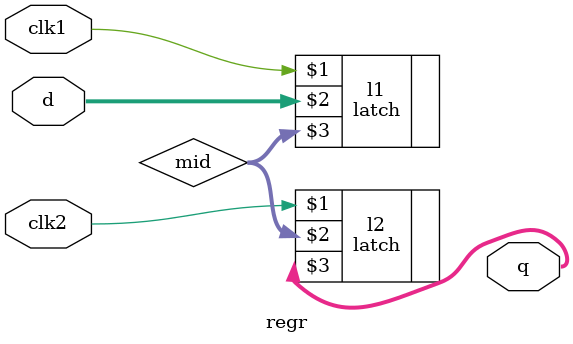
<source format=sv>
module regr #(parameter width = 8)
	(input logic clk1, clk2, 
	 input logic[width-1:0] d, 
	 output logic[width-1:0] q);
	logic[width-1:0] mid;
	latch l1(clk1, d, mid);
	latch l2(clk2, mid, q);
endmodule
</source>
